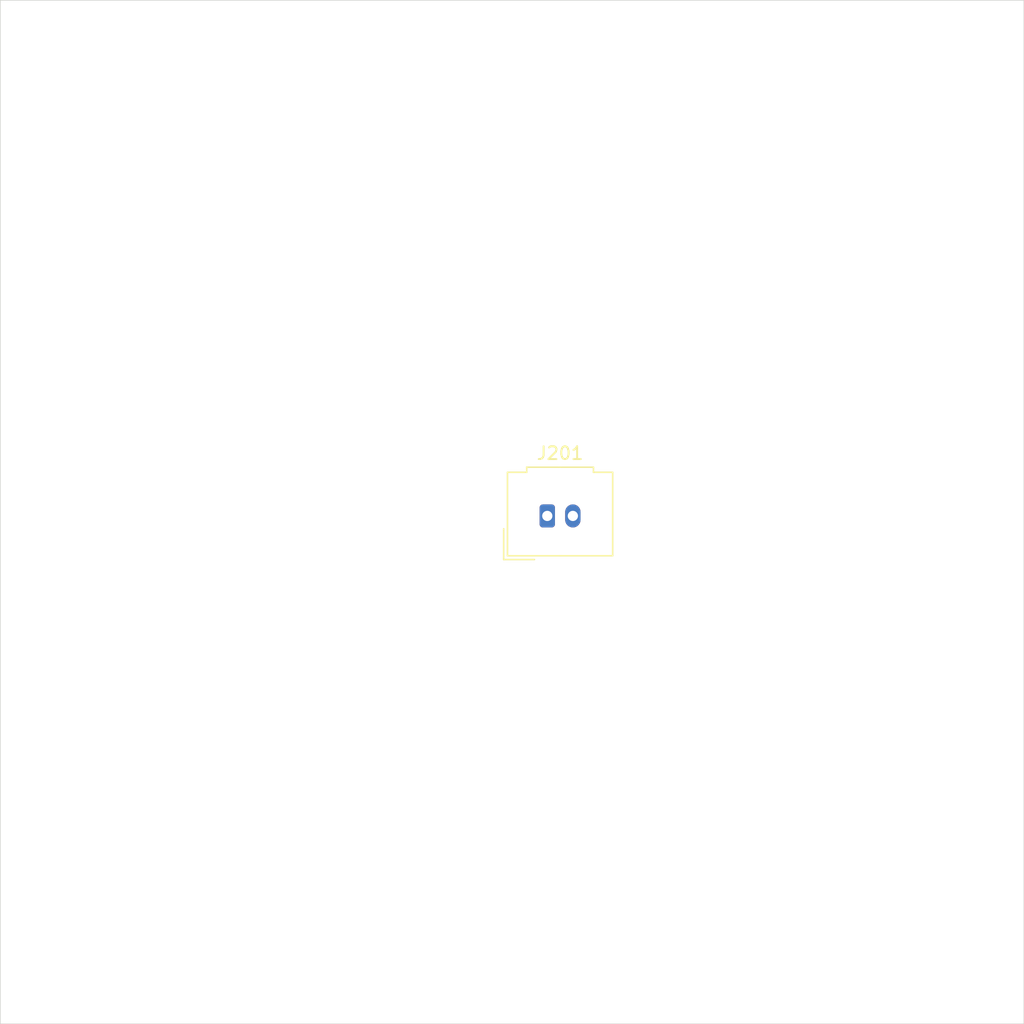
<source format=kicad_pcb>
(kicad_pcb (version 20171130) (host pcbnew "(5.1.5)-3")

  (general
    (thickness 1.6)
    (drawings 4)
    (tracks 0)
    (zones 0)
    (modules 1)
    (nets 3)
  )

  (page A4)
  (layers
    (0 F.Cu signal)
    (31 B.Cu signal)
    (32 B.Adhes user)
    (33 F.Adhes user)
    (34 B.Paste user)
    (35 F.Paste user)
    (36 B.SilkS user)
    (37 F.SilkS user)
    (38 B.Mask user)
    (39 F.Mask user)
    (40 Dwgs.User user)
    (41 Cmts.User user)
    (42 Eco1.User user)
    (43 Eco2.User user)
    (44 Edge.Cuts user)
    (45 Margin user)
    (46 B.CrtYd user)
    (47 F.CrtYd user)
    (48 B.Fab user)
    (49 F.Fab user)
  )

  (setup
    (last_trace_width 0.25)
    (trace_clearance 0.2)
    (zone_clearance 0.508)
    (zone_45_only no)
    (trace_min 0.2)
    (via_size 0.8)
    (via_drill 0.4)
    (via_min_size 0.4)
    (via_min_drill 0.3)
    (uvia_size 0.3)
    (uvia_drill 0.1)
    (uvias_allowed no)
    (uvia_min_size 0.2)
    (uvia_min_drill 0.1)
    (edge_width 0.05)
    (segment_width 0.2)
    (pcb_text_width 0.3)
    (pcb_text_size 1.5 1.5)
    (mod_edge_width 0.12)
    (mod_text_size 1 1)
    (mod_text_width 0.15)
    (pad_size 1.524 1.524)
    (pad_drill 0.762)
    (pad_to_mask_clearance 0.051)
    (solder_mask_min_width 0.25)
    (aux_axis_origin 0 0)
    (visible_elements FFFFFF7F)
    (pcbplotparams
      (layerselection 0x010fc_ffffffff)
      (usegerberextensions false)
      (usegerberattributes false)
      (usegerberadvancedattributes false)
      (creategerberjobfile false)
      (excludeedgelayer true)
      (linewidth 0.100000)
      (plotframeref false)
      (viasonmask false)
      (mode 1)
      (useauxorigin false)
      (hpglpennumber 1)
      (hpglpenspeed 20)
      (hpglpendiameter 15.000000)
      (psnegative false)
      (psa4output false)
      (plotreference true)
      (plotvalue true)
      (plotinvisibletext false)
      (padsonsilk false)
      (subtractmaskfromsilk false)
      (outputformat 1)
      (mirror false)
      (drillshape 1)
      (scaleselection 1)
      (outputdirectory ""))
  )

  (net 0 "")
  (net 1 "Net-(J201-Pad2)")
  (net 2 "Net-(J201-Pad1)")

  (net_class Default "This is the default net class."
    (clearance 0.2)
    (trace_width 0.25)
    (via_dia 0.8)
    (via_drill 0.4)
    (uvia_dia 0.3)
    (uvia_drill 0.1)
    (add_net "Net-(J201-Pad1)")
    (add_net "Net-(J201-Pad2)")
  )

  (module Connector_Molex:Molex_MicroClasp_55932-0210_1x02_P2.00mm_Vertical (layer F.Cu) (tedit 5B7810CC) (tstamp 5EA9EEEE)
    (at 117.75 90.55)
    (descr "Molex MicroClasp Wire-to-Board System, 55932-0210, with PCB locator, 2 Pins (http://www.molex.com/pdm_docs/sd/559320210_sd.pdf), generated with kicad-footprint-generator")
    (tags "connector Molex MicroClasp side entry")
    (path /5EA9E0B9/5EA9E837)
    (fp_text reference J201 (at 1 -4.9) (layer F.SilkS)
      (effects (font (size 1 1) (thickness 0.15)))
    )
    (fp_text value Conn_01x02_Male (at 1 4.2) (layer F.Fab)
      (effects (font (size 1 1) (thickness 0.15)))
    )
    (fp_text user %R (at 1 -2.6) (layer F.Fab)
      (effects (font (size 1 1) (thickness 0.15)))
    )
    (fp_line (start 5.5 -4.2) (end -3.5 -4.2) (layer F.CrtYd) (width 0.05))
    (fp_line (start 5.5 3.5) (end 5.5 -4.2) (layer F.CrtYd) (width 0.05))
    (fp_line (start -3.5 3.5) (end 5.5 3.5) (layer F.CrtYd) (width 0.05))
    (fp_line (start -3.5 -4.2) (end -3.5 3.5) (layer F.CrtYd) (width 0.05))
    (fp_line (start 0 2.292893) (end 0.5 3) (layer F.Fab) (width 0.1))
    (fp_line (start -0.5 3) (end 0 2.292893) (layer F.Fab) (width 0.1))
    (fp_line (start -3.41 3.41) (end -1 3.41) (layer F.SilkS) (width 0.12))
    (fp_line (start -3.41 1) (end -3.41 3.41) (layer F.SilkS) (width 0.12))
    (fp_line (start 5.11 3.11) (end 1 3.11) (layer F.SilkS) (width 0.12))
    (fp_line (start 5.11 -3.41) (end 5.11 3.11) (layer F.SilkS) (width 0.12))
    (fp_line (start 3.61 -3.41) (end 5.11 -3.41) (layer F.SilkS) (width 0.12))
    (fp_line (start 3.61 -3.81) (end 3.61 -3.41) (layer F.SilkS) (width 0.12))
    (fp_line (start 1 -3.81) (end 3.61 -3.81) (layer F.SilkS) (width 0.12))
    (fp_line (start -3.11 3.11) (end 1 3.11) (layer F.SilkS) (width 0.12))
    (fp_line (start -3.11 -3.41) (end -3.11 3.11) (layer F.SilkS) (width 0.12))
    (fp_line (start -1.61 -3.41) (end -3.11 -3.41) (layer F.SilkS) (width 0.12))
    (fp_line (start -1.61 -3.81) (end -1.61 -3.41) (layer F.SilkS) (width 0.12))
    (fp_line (start 1 -3.81) (end -1.61 -3.81) (layer F.SilkS) (width 0.12))
    (fp_line (start 5 3) (end 1 3) (layer F.Fab) (width 0.1))
    (fp_line (start 5 -3.3) (end 5 3) (layer F.Fab) (width 0.1))
    (fp_line (start 3.5 -3.3) (end 5 -3.3) (layer F.Fab) (width 0.1))
    (fp_line (start 3.5 -3.7) (end 3.5 -3.3) (layer F.Fab) (width 0.1))
    (fp_line (start 1 -3.7) (end 3.5 -3.7) (layer F.Fab) (width 0.1))
    (fp_line (start -3 3) (end 1 3) (layer F.Fab) (width 0.1))
    (fp_line (start -3 -3.3) (end -3 3) (layer F.Fab) (width 0.1))
    (fp_line (start -1.5 -3.3) (end -3 -3.3) (layer F.Fab) (width 0.1))
    (fp_line (start -1.5 -3.7) (end -1.5 -3.3) (layer F.Fab) (width 0.1))
    (fp_line (start 1 -3.7) (end -1.5 -3.7) (layer F.Fab) (width 0.1))
    (pad "" np_thru_hole circle (at 4 -1.9) (size 1.3 1.3) (drill 1.3) (layers *.Cu *.Mask))
    (pad 2 thru_hole oval (at 2 0) (size 1.2 1.8) (drill 0.8) (layers *.Cu *.Mask)
      (net 1 "Net-(J201-Pad2)"))
    (pad 1 thru_hole roundrect (at 0 0) (size 1.2 1.8) (drill 0.8) (layers *.Cu *.Mask) (roundrect_rratio 0.208333)
      (net 2 "Net-(J201-Pad1)"))
    (model ${KISYS3DMOD}/Connector_Molex.3dshapes/Molex_MicroClasp_55932-0210_1x02_P2.00mm_Vertical.wrl
      (at (xyz 0 0 0))
      (scale (xyz 1 1 1))
      (rotate (xyz 0 0 0))
    )
  )

  (gr_line (start 155 130.25) (end 75 130.25) (layer Edge.Cuts) (width 0.05) (tstamp 5EA9EF1E))
  (gr_line (start 75 130.25) (end 75 50.25) (layer Edge.Cuts) (width 0.05) (tstamp 5EA9EF1E))
  (gr_line (start 155 130.25) (end 155 50.25) (layer Edge.Cuts) (width 0.05) (tstamp 5EA9EF1E))
  (gr_line (start 75 50.25) (end 155 50.25) (layer Edge.Cuts) (width 0.05))

)

</source>
